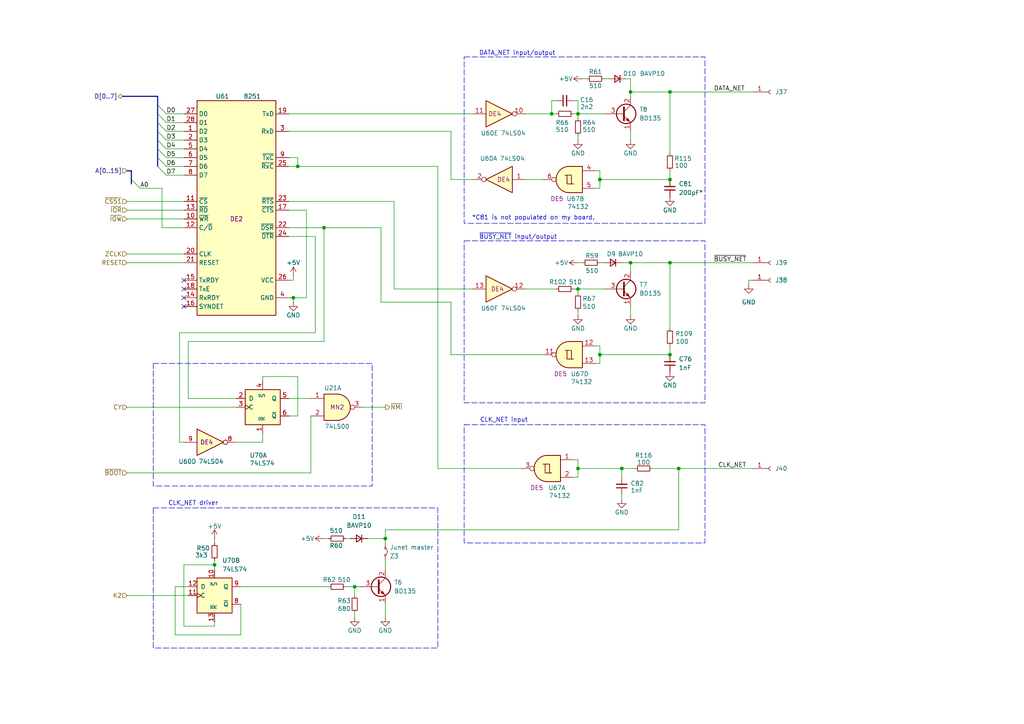
<source format=kicad_sch>
(kicad_sch (version 20250114) (generator "eeschema") (generator_version "9.0")
  (paper "A4")
  (title_block (title "Elwro 800 Junior Rev C - Junet") (company "Przemysław Węgrzyn <pwegrzyn@codepainters.com>"))
  (lib_symbols
    (symbol "74xx:74LS00" (pin_names (offset 1.016))
      (property "Reference" "U" (at 0 1.27 0))
      (property "Value" "74LS00" (at 0 -1.27 0))
      (symbol "74LS00_1_1"
        (arc (start 0 3.81) (mid 3.7934 0) (end 0 -3.81) (stroke (width 0.254)) (fill (type background)))
        (polyline (pts (xy 0 3.81) (xy -3.81 3.81) (xy -3.81 -3.81) (xy 0 -3.81)) (stroke (width 0.254)) (fill (type background)))
        (pin input line (at -7.62 2.54 0) (length 3.81) (name "~") (number "1"))
        (pin input line (at -7.62 -2.54 0) (length 3.81) (name "~") (number "2"))
        (pin output inverted (at 7.62 0 180) (length 3.81) (name "~") (number "3"))
      )
      (symbol "74LS00_1_2"
        (arc (start -3.81 3.81) (mid -2.589 0) (end -3.81 -3.81) (stroke (width 0.254)))
        (polyline (pts (xy -3.81 3.81) (xy -0.635 3.81)) (stroke (width 0.254)) (fill (type background)))
        (polyline (pts (xy -3.81 -3.81) (xy -0.635 -3.81)) (stroke (width 0.254)) (fill (type background)))
        (arc (start 3.81 0) (mid 2.1855 -2.584) (end -0.6096 -3.81) (stroke (width 0.254)) (fill (type background)))
        (arc (start -0.6096 3.81) (mid 2.1928 2.5924) (end 3.81 0) (stroke (width 0.254)) (fill (type background)))
        (polyline (pts (xy -0.635 3.81) (xy -3.81 3.81) (xy -3.81 3.81) (xy -3.556 3.4036) (xy -3.0226 2.2606) (xy -2.6924 1.0414) (xy -2.6162 -0.254) (xy -2.7686 -1.4986) (xy -3.175 -2.7178) (xy -3.81 -3.81) (xy -3.81 -3.81) (xy -0.635 -3.81)) (stroke (width -25.4)) (fill (type background)))
        (pin input inverted (at -7.62 2.54 0) (length 4.318) (name "~") (number "1"))
        (pin input inverted (at -7.62 -2.54 0) (length 4.318) (name "~") (number "2"))
        (pin output line (at 7.62 0 180) (length 3.81) (name "~") (number "3"))
      )
      (symbol "74LS00_2_1"
        (arc (start 0 3.81) (mid 3.7934 0) (end 0 -3.81) (stroke (width 0.254)) (fill (type background)))
        (polyline (pts (xy 0 3.81) (xy -3.81 3.81) (xy -3.81 -3.81) (xy 0 -3.81)) (stroke (width 0.254)) (fill (type background)))
        (pin input line (at -7.62 2.54 0) (length 3.81) (name "~") (number "4"))
        (pin input line (at -7.62 -2.54 0) (length 3.81) (name "~") (number "5"))
        (pin output inverted (at 7.62 0 180) (length 3.81) (name "~") (number "6"))
      )
      (symbol "74LS00_2_2"
        (arc (start -3.81 3.81) (mid -2.589 0) (end -3.81 -3.81) (stroke (width 0.254)))
        (polyline (pts (xy -3.81 3.81) (xy -0.635 3.81)) (stroke (width 0.254)) (fill (type background)))
        (polyline (pts (xy -3.81 -3.81) (xy -0.635 -3.81)) (stroke (width 0.254)) (fill (type background)))
        (arc (start 3.81 0) (mid 2.1855 -2.584) (end -0.6096 -3.81) (stroke (width 0.254)) (fill (type background)))
        (arc (start -0.6096 3.81) (mid 2.1928 2.5924) (end 3.81 0) (stroke (width 0.254)) (fill (type background)))
        (polyline (pts (xy -0.635 3.81) (xy -3.81 3.81) (xy -3.81 3.81) (xy -3.556 3.4036) (xy -3.0226 2.2606) (xy -2.6924 1.0414) (xy -2.6162 -0.254) (xy -2.7686 -1.4986) (xy -3.175 -2.7178) (xy -3.81 -3.81) (xy -3.81 -3.81) (xy -0.635 -3.81)) (stroke (width -25.4)) (fill (type background)))
        (pin input inverted (at -7.62 2.54 0) (length 4.318) (name "~") (number "4"))
        (pin input inverted (at -7.62 -2.54 0) (length 4.318) (name "~") (number "5"))
        (pin output line (at 7.62 0 180) (length 3.81) (name "~") (number "6"))
      )
      (symbol "74LS00_3_1"
        (arc (start 0 3.81) (mid 3.7934 0) (end 0 -3.81) (stroke (width 0.254)) (fill (type background)))
        (polyline (pts (xy 0 3.81) (xy -3.81 3.81) (xy -3.81 -3.81) (xy 0 -3.81)) (stroke (width 0.254)) (fill (type background)))
        (pin input line (at -7.62 2.54 0) (length 3.81) (name "~") (number "9"))
        (pin input line (at -7.62 -2.54 0) (length 3.81) (name "~") (number "10"))
        (pin output inverted (at 7.62 0 180) (length 3.81) (name "~") (number "8"))
      )
      (symbol "74LS00_3_2"
        (arc (start -3.81 3.81) (mid -2.589 0) (end -3.81 -3.81) (stroke (width 0.254)))
        (polyline (pts (xy -3.81 3.81) (xy -0.635 3.81)) (stroke (width 0.254)) (fill (type background)))
        (polyline (pts (xy -3.81 -3.81) (xy -0.635 -3.81)) (stroke (width 0.254)) (fill (type background)))
        (arc (start 3.81 0) (mid 2.1855 -2.584) (end -0.6096 -3.81) (stroke (width 0.254)) (fill (type background)))
        (arc (start -0.6096 3.81) (mid 2.1928 2.5924) (end 3.81 0) (stroke (width 0.254)) (fill (type background)))
        (polyline (pts (xy -0.635 3.81) (xy -3.81 3.81) (xy -3.81 3.81) (xy -3.556 3.4036) (xy -3.0226 2.2606) (xy -2.6924 1.0414) (xy -2.6162 -0.254) (xy -2.7686 -1.4986) (xy -3.175 -2.7178) (xy -3.81 -3.81) (xy -3.81 -3.81) (xy -0.635 -3.81)) (stroke (width -25.4)) (fill (type background)))
        (pin input inverted (at -7.62 2.54 0) (length 4.318) (name "~") (number "9"))
        (pin input inverted (at -7.62 -2.54 0) (length 4.318) (name "~") (number "10"))
        (pin output line (at 7.62 0 180) (length 3.81) (name "~") (number "8"))
      )
      (symbol "74LS00_4_1"
        (arc (start 0 3.81) (mid 3.7934 0) (end 0 -3.81) (stroke (width 0.254)) (fill (type background)))
        (polyline (pts (xy 0 3.81) (xy -3.81 3.81) (xy -3.81 -3.81) (xy 0 -3.81)) (stroke (width 0.254)) (fill (type background)))
        (pin input line (at -7.62 2.54 0) (length 3.81) (name "~") (number "12"))
        (pin input line (at -7.62 -2.54 0) (length 3.81) (name "~") (number "13"))
        (pin output inverted (at 7.62 0 180) (length 3.81) (name "~") (number "11"))
      )
      (symbol "74LS00_4_2"
        (arc (start -3.81 3.81) (mid -2.589 0) (end -3.81 -3.81) (stroke (width 0.254)))
        (polyline (pts (xy -3.81 3.81) (xy -0.635 3.81)) (stroke (width 0.254)) (fill (type background)))
        (polyline (pts (xy -3.81 -3.81) (xy -0.635 -3.81)) (stroke (width 0.254)) (fill (type background)))
        (arc (start 3.81 0) (mid 2.1855 -2.584) (end -0.6096 -3.81) (stroke (width 0.254)) (fill (type background)))
        (arc (start -0.6096 3.81) (mid 2.1928 2.5924) (end 3.81 0) (stroke (width 0.254)) (fill (type background)))
        (polyline (pts (xy -0.635 3.81) (xy -3.81 3.81) (xy -3.81 3.81) (xy -3.556 3.4036) (xy -3.0226 2.2606) (xy -2.6924 1.0414) (xy -2.6162 -0.254) (xy -2.7686 -1.4986) (xy -3.175 -2.7178) (xy -3.81 -3.81) (xy -3.81 -3.81) (xy -0.635 -3.81)) (stroke (width -25.4)) (fill (type background)))
        (pin input inverted (at -7.62 2.54 0) (length 4.318) (name "~") (number "12"))
        (pin input inverted (at -7.62 -2.54 0) (length 4.318) (name "~") (number "13"))
        (pin output line (at 7.62 0 180) (length 3.81) (name "~") (number "11"))
      )
      (symbol "74LS00_5_0"
        (pin power_in line (at 0 12.7 270) (length 5.08) (name "VCC") (number "14"))
        (pin power_in line (at 0 -12.7 90) (length 5.08) (name "GND") (number "7"))
      )
      (symbol "74LS00_5_1"
        (rectangle (start -5.08 7.62) (end 5.08 -7.62) (stroke (width 0.254)) (fill (type background)))
      )
    )
    (symbol "74xx:74LS04"
      (property "Reference" "U" (at 0 1.27 0))
      (property "Value" "74LS04" (at 0 -1.27 0))
      (symbol "74LS04_1_0"
        (polyline (pts (xy -3.81 3.81) (xy -3.81 -3.81) (xy 3.81 0) (xy -3.81 3.81)) (stroke (width 0.254)) (fill (type background)))
        (pin input line (at -7.62 0 0) (length 3.81) (name "~") (number "1"))
        (pin output inverted (at 7.62 0 180) (length 3.81) (name "~") (number "2"))
      )
      (symbol "74LS04_2_0"
        (polyline (pts (xy -3.81 3.81) (xy -3.81 -3.81) (xy 3.81 0) (xy -3.81 3.81)) (stroke (width 0.254)) (fill (type background)))
        (pin input line (at -7.62 0 0) (length 3.81) (name "~") (number "3"))
        (pin output inverted (at 7.62 0 180) (length 3.81) (name "~") (number "4"))
      )
      (symbol "74LS04_3_0"
        (polyline (pts (xy -3.81 3.81) (xy -3.81 -3.81) (xy 3.81 0) (xy -3.81 3.81)) (stroke (width 0.254)) (fill (type background)))
        (pin input line (at -7.62 0 0) (length 3.81) (name "~") (number "5"))
        (pin output inverted (at 7.62 0 180) (length 3.81) (name "~") (number "6"))
      )
      (symbol "74LS04_4_0"
        (polyline (pts (xy -3.81 3.81) (xy -3.81 -3.81) (xy 3.81 0) (xy -3.81 3.81)) (stroke (width 0.254)) (fill (type background)))
        (pin input line (at -7.62 0 0) (length 3.81) (name "~") (number "9"))
        (pin output inverted (at 7.62 0 180) (length 3.81) (name "~") (number "8"))
      )
      (symbol "74LS04_5_0"
        (polyline (pts (xy -3.81 3.81) (xy -3.81 -3.81) (xy 3.81 0) (xy -3.81 3.81)) (stroke (width 0.254)) (fill (type background)))
        (pin input line (at -7.62 0 0) (length 3.81) (name "~") (number "11"))
        (pin output inverted (at 7.62 0 180) (length 3.81) (name "~") (number "10"))
      )
      (symbol "74LS04_6_0"
        (polyline (pts (xy -3.81 3.81) (xy -3.81 -3.81) (xy 3.81 0) (xy -3.81 3.81)) (stroke (width 0.254)) (fill (type background)))
        (pin input line (at -7.62 0 0) (length 3.81) (name "~") (number "13"))
        (pin output inverted (at 7.62 0 180) (length 3.81) (name "~") (number "12"))
      )
      (symbol "74LS04_7_0"
        (pin power_in line (at 0 12.7 270) (length 5.08) (name "VCC") (number "14"))
        (pin power_in line (at 0 -12.7 90) (length 5.08) (name "GND") (number "7"))
      )
      (symbol "74LS04_7_1"
        (rectangle (start -5.08 7.62) (end 5.08 -7.62) (stroke (width 0.254)) (fill (type background)))
      )
    )
    (symbol "74xx:74LS132" (pin_names (offset 1.016))
      (property "Reference" "U" (at 0 1.27 0))
      (property "Value" "74LS132" (at 0 -1.27 0))
      (symbol "74LS132_1_0"
        (polyline (pts (xy -1.27 -1.27) (xy 0.635 -1.27) (xy 0.635 1.27) (xy 1.27 1.27)))
        (polyline (pts (xy -1.27 -1.27) (xy 0.635 -1.27) (xy 0.635 1.27) (xy 1.27 1.27)))
        (polyline (pts (xy -0.635 -1.27) (xy -0.635 1.27) (xy 0.635 1.27)))
        (polyline (pts (xy -0.635 -1.27) (xy -0.635 1.27) (xy 0.635 1.27)))
      )
      (symbol "74LS132_1_1"
        (arc (start 0 3.81) (mid 3.7934 0) (end 0 -3.81) (stroke (width 0.254)) (fill (type background)))
        (polyline (pts (xy 0 3.81) (xy -3.81 3.81) (xy -3.81 -3.81) (xy 0 -3.81)) (stroke (width 0.254)) (fill (type background)))
        (pin input line (at -7.62 2.54 0) (length 3.81) (name "~") (number "1"))
        (pin input line (at -7.62 -2.54 0) (length 3.81) (name "~") (number "2"))
        (pin output inverted (at 7.62 0 180) (length 3.81) (name "~") (number "3"))
      )
      (symbol "74LS132_1_2"
        (arc (start -3.81 3.81) (mid -2.589 0) (end -3.81 -3.81) (stroke (width 0.254)))
        (polyline (pts (xy -3.81 3.81) (xy -0.635 3.81)) (stroke (width 0.254)) (fill (type background)))
        (polyline (pts (xy -3.81 -3.81) (xy -0.635 -3.81)) (stroke (width 0.254)) (fill (type background)))
        (arc (start 3.81 0) (mid 2.1855 -2.584) (end -0.6096 -3.81) (stroke (width 0.254)) (fill (type background)))
        (arc (start -0.6096 3.81) (mid 2.1928 2.5924) (end 3.81 0) (stroke (width 0.254)) (fill (type background)))
        (polyline (pts (xy -0.635 3.81) (xy -3.81 3.81) (xy -3.81 3.81) (xy -3.556 3.4036) (xy -3.0226 2.2606) (xy -2.6924 1.0414) (xy -2.6162 -0.254) (xy -2.7686 -1.4986) (xy -3.175 -2.7178) (xy -3.81 -3.81) (xy -3.81 -3.81) (xy -0.635 -3.81)) (stroke (width -25.4)) (fill (type background)))
        (pin input inverted (at -7.62 2.54 0) (length 4.318) (name "~") (number "1"))
        (pin input inverted (at -7.62 -2.54 0) (length 4.318) (name "~") (number "2"))
        (pin output line (at 7.62 0 180) (length 3.81) (name "~") (number "3"))
      )
      (symbol "74LS132_2_0"
        (polyline (pts (xy -1.27 -1.27) (xy 0.635 -1.27) (xy 0.635 1.27) (xy 1.27 1.27)))
        (polyline (pts (xy -1.27 -1.27) (xy 0.635 -1.27) (xy 0.635 1.27) (xy 1.27 1.27)))
        (polyline (pts (xy -0.635 -1.27) (xy -0.635 1.27) (xy 0.635 1.27)))
        (polyline (pts (xy -0.635 -1.27) (xy -0.635 1.27) (xy 0.635 1.27)))
      )
      (symbol "74LS132_2_1"
        (arc (start 0 3.81) (mid 3.7934 0) (end 0 -3.81) (stroke (width 0.254)) (fill (type background)))
        (polyline (pts (xy 0 3.81) (xy -3.81 3.81) (xy -3.81 -3.81) (xy 0 -3.81)) (stroke (width 0.254)) (fill (type background)))
        (pin input line (at -7.62 2.54 0) (length 3.81) (name "~") (number "4"))
        (pin input line (at -7.62 -2.54 0) (length 3.81) (name "~") (number "5"))
        (pin output inverted (at 7.62 0 180) (length 3.81) (name "~") (number "6"))
      )
      (symbol "74LS132_2_2"
        (arc (start -3.81 3.81) (mid -2.589 0) (end -3.81 -3.81) (stroke (width 0.254)))
        (polyline (pts (xy -3.81 3.81) (xy -0.635 3.81)) (stroke (width 0.254)) (fill (type background)))
        (polyline (pts (xy -3.81 -3.81) (xy -0.635 -3.81)) (stroke (width 0.254)) (fill (type background)))
        (arc (start 3.81 0) (mid 2.1855 -2.584) (end -0.6096 -3.81) (stroke (width 0.254)) (fill (type background)))
        (arc (start -0.6096 3.81) (mid 2.1928 2.5924) (end 3.81 0) (stroke (width 0.254)) (fill (type background)))
        (polyline (pts (xy -0.635 3.81) (xy -3.81 3.81) (xy -3.81 3.81) (xy -3.556 3.4036) (xy -3.0226 2.2606) (xy -2.6924 1.0414) (xy -2.6162 -0.254) (xy -2.7686 -1.4986) (xy -3.175 -2.7178) (xy -3.81 -3.81) (xy -3.81 -3.81) (xy -0.635 -3.81)) (stroke (width -25.4)) (fill (type background)))
        (pin input inverted (at -7.62 2.54 0) (length 4.318) (name "~") (number "4"))
        (pin input inverted (at -7.62 -2.54 0) (length 4.318) (name "~") (number "5"))
        (pin output line (at 7.62 0 180) (length 3.81) (name "~") (number "6"))
      )
      (symbol "74LS132_3_0"
        (polyline (pts (xy -1.27 -1.27) (xy 0.635 -1.27) (xy 0.635 1.27) (xy 1.27 1.27)))
        (polyline (pts (xy -1.27 -1.27) (xy 0.635 -1.27) (xy 0.635 1.27) (xy 1.27 1.27)))
        (polyline (pts (xy -0.635 -1.27) (xy -0.635 1.27) (xy 0.635 1.27)))
        (polyline (pts (xy -0.635 -1.27) (xy -0.635 1.27) (xy 0.635 1.27)))
      )
      (symbol "74LS132_3_1"
        (arc (start 0 3.81) (mid 3.7934 0) (end 0 -3.81) (stroke (width 0.254)) (fill (type background)))
        (polyline (pts (xy 0 3.81) (xy -3.81 3.81) (xy -3.81 -3.81) (xy 0 -3.81)) (stroke (width 0.254)) (fill (type background)))
        (pin input line (at -7.62 2.54 0) (length 3.81) (name "~") (number "9"))
        (pin input line (at -7.62 -2.54 0) (length 3.81) (name "~") (number "10"))
        (pin output inverted (at 7.62 0 180) (length 3.81) (name "~") (number "8"))
      )
      (symbol "74LS132_3_2"
        (arc (start -3.81 3.81) (mid -2.589 0) (end -3.81 -3.81) (stroke (width 0.254)))
        (polyline (pts (xy -3.81 3.81) (xy -0.635 3.81)) (stroke (width 0.254)) (fill (type background)))
        (polyline (pts (xy -3.81 -3.81) (xy -0.635 -3.81)) (stroke (width 0.254)) (fill (type background)))
        (arc (start 3.81 0) (mid 2.1855 -2.584) (end -0.6096 -3.81) (stroke (width 0.254)) (fill (type background)))
        (arc (start -0.6096 3.81) (mid 2.1928 2.5924) (end 3.81 0) (stroke (width 0.254)) (fill (type background)))
        (polyline (pts (xy -0.635 3.81) (xy -3.81 3.81) (xy -3.81 3.81) (xy -3.556 3.4036) (xy -3.0226 2.2606) (xy -2.6924 1.0414) (xy -2.6162 -0.254) (xy -2.7686 -1.4986) (xy -3.175 -2.7178) (xy -3.81 -3.81) (xy -3.81 -3.81) (xy -0.635 -3.81)) (stroke (width -25.4)) (fill (type background)))
        (pin input inverted (at -7.62 2.54 0) (length 4.318) (name "~") (number "9"))
        (pin input inverted (at -7.62 -2.54 0) (length 4.318) (name "~") (number "10"))
        (pin output line (at 7.62 0 180) (length 3.81) (name "~") (number "8"))
      )
      (symbol "74LS132_4_0"
        (polyline (pts (xy -1.27 -1.27) (xy 0.635 -1.27) (xy 0.635 1.27) (xy 1.27 1.27)))
        (polyline (pts (xy -1.27 -1.27) (xy 0.635 -1.27) (xy 0.635 1.27) (xy 1.27 1.27)))
        (polyline (pts (xy -0.635 -1.27) (xy -0.635 1.27) (xy 0.635 1.27)))
        (polyline (pts (xy -0.635 -1.27) (xy -0.635 1.27) (xy 0.635 1.27)))
      )
      (symbol "74LS132_4_1"
        (arc (start 0 3.81) (mid 3.7934 0) (end 0 -3.81) (stroke (width 0.254)) (fill (type background)))
        (polyline (pts (xy 0 3.81) (xy -3.81 3.81) (xy -3.81 -3.81) (xy 0 -3.81)) (stroke (width 0.254)) (fill (type background)))
        (pin input line (at -7.62 2.54 0) (length 3.81) (name "~") (number "12"))
        (pin input line (at -7.62 -2.54 0) (length 3.81) (name "~") (number "13"))
        (pin output inverted (at 7.62 0 180) (length 3.81) (name "~") (number "11"))
      )
      (symbol "74LS132_4_2"
        (arc (start -3.81 3.81) (mid -2.589 0) (end -3.81 -3.81) (stroke (width 0.254)))
        (polyline (pts (xy -3.81 3.81) (xy -0.635 3.81)) (stroke (width 0.254)) (fill (type background)))
        (polyline (pts (xy -3.81 -3.81) (xy -0.635 -3.81)) (stroke (width 0.254)) (fill (type background)))
        (arc (start 3.81 0) (mid 2.1855 -2.584) (end -0.6096 -3.81) (stroke (width 0.254)) (fill (type background)))
        (arc (start -0.6096 3.81) (mid 2.1928 2.5924) (end 3.81 0) (stroke (width 0.254)) (fill (type background)))
        (polyline (pts (xy -0.635 3.81) (xy -3.81 3.81) (xy -3.81 3.81) (xy -3.556 3.4036) (xy -3.0226 2.2606) (xy -2.6924 1.0414) (xy -2.6162 -0.254) (xy -2.7686 -1.4986) (xy -3.175 -2.7178) (xy -3.81 -3.81) (xy -3.81 -3.81) (xy -0.635 -3.81)) (stroke (width -25.4)) (fill (type background)))
        (pin input inverted (at -7.62 2.54 0) (length 4.318) (name "~") (number "12"))
        (pin input inverted (at -7.62 -2.54 0) (length 4.318) (name "~") (number "13"))
        (pin output line (at 7.62 0 180) (length 3.81) (name "~") (number "11"))
      )
      (symbol "74LS132_5_0"
        (pin power_in line (at 0 12.7 270) (length 5.08) (name "VCC") (number "14"))
        (pin power_in line (at 0 -12.7 90) (length 5.08) (name "GND") (number "7"))
      )
      (symbol "74LS132_5_1"
        (rectangle (start -5.08 7.62) (end 5.08 -7.62) (stroke (width 0.254)) (fill (type background)))
      )
    )
    (symbol "74xx:74LS74" (pin_names (offset 1.016))
      (property "Reference" "U" (at -7.62 8.89 0))
      (property "Value" "74LS74" (at -7.62 -8.89 0))
      (symbol "74LS74_1_0"
        (pin input line (at -7.62 2.54 0) (length 2.54) (name "D") (number "2"))
        (pin input clock (at -7.62 0 0) (length 2.54) (name "C") (number "3"))
        (pin input line (at 0 7.62 270) (length 2.54) (name "~{S}") (number "4"))
        (pin input line (at 0 -7.62 90) (length 2.54) (name "~{R}") (number "1"))
        (pin output line (at 7.62 2.54 180) (length 2.54) (name "Q") (number "5"))
        (pin output line (at 7.62 -2.54 180) (length 2.54) (name "~{Q}") (number "6"))
      )
      (symbol "74LS74_1_1"
        (rectangle (start -5.08 5.08) (end 5.08 -5.08) (stroke (width 0.254)) (fill (type background)))
      )
      (symbol "74LS74_2_0"
        (pin input line (at -7.62 2.54 0) (length 2.54) (name "D") (number "12"))
        (pin input clock (at -7.62 0 0) (length 2.54) (name "C") (number "11"))
        (pin input line (at 0 7.62 270) (length 2.54) (name "~{S}") (number "10"))
        (pin input line (at 0 -7.62 90) (length 2.54) (name "~{R}") (number "13"))
        (pin output line (at 7.62 2.54 180) (length 2.54) (name "Q") (number "9"))
        (pin output line (at 7.62 -2.54 180) (length 2.54) (name "~{Q}") (number "8"))
      )
      (symbol "74LS74_2_1"
        (rectangle (start -5.08 5.08) (end 5.08 -5.08) (stroke (width 0.254)) (fill (type background)))
      )
      (symbol "74LS74_3_0"
        (pin power_in line (at 0 10.16 270) (length 2.54) (name "VCC") (number "14"))
        (pin power_in line (at 0 -10.16 90) (length 2.54) (name "GND") (number "7"))
      )
      (symbol "74LS74_3_1"
        (rectangle (start -5.08 7.62) (end 5.08 -7.62) (stroke (width 0.254)) (fill (type background)))
      )
    )
    (symbol "Connector:Conn_01x01_Socket" (pin_names (offset 1.016) (hide yes))
      (property "Reference" "J" (at 0 2.54 0))
      (property "Value" "Conn_01x01_Socket" (at 0 -2.54 0))
      (symbol "Conn_01x01_Socket_1_1"
        (polyline (pts (xy -1.27 0) (xy -0.508 0)) (stroke (width 0.1524)))
        (arc (start 0 -0.508) (mid -0.5058 0) (end 0 0.508) (stroke (width 0.1524)))
        (pin passive line (at -5.08 0 0) (length 3.81) (name "Pin_1") (number "1"))
      )
    )
    (symbol "Device:C_Small" (pin_numbers (hide yes)) (pin_names (offset 0.254) (hide yes))
      (property "Reference" "C" (at 0.254 1.778 0))
      (property "Value" "C_Small" (at 0.254 -2.032 0))
      (symbol "C_Small_0_1"
        (polyline (pts (xy -1.524 0.508) (xy 1.524 0.508)) (stroke (width 0.3048)))
        (polyline (pts (xy -1.524 -0.508) (xy 1.524 -0.508)) (stroke (width 0.3302)))
      )
      (symbol "C_Small_1_1"
        (pin passive line (at 0 2.54 270) (length 2.032) (name "~") (number "1"))
        (pin passive line (at 0 -2.54 90) (length 2.032) (name "~") (number "2"))
      )
    )
    (symbol "Device:D_Small" (pin_numbers (hide yes)) (pin_names (offset 0.254) (hide yes))
      (property "Reference" "D" (at -1.27 2.032 0))
      (property "Value" "D_Small" (at -3.81 -2.032 0))
      (symbol "D_Small_0_1"
        (polyline (pts (xy -0.762 0) (xy 0.762 0)))
        (polyline (pts (xy -0.762 -1.016) (xy -0.762 1.016)) (stroke (width 0.254)))
        (polyline (pts (xy 0.762 -1.016) (xy -0.762 0) (xy 0.762 1.016) (xy 0.762 -1.016)) (stroke (width 0.254)))
      )
      (symbol "D_Small_1_1"
        (pin passive line (at -2.54 0 0) (length 1.778) (name "K") (number "1"))
        (pin passive line (at 2.54 0 180) (length 1.778) (name "A") (number "2"))
      )
    )
    (symbol "Device:R_Small" (pin_numbers (hide yes)) (pin_names (offset 0.254) (hide yes))
      (property "Reference" "R" (at 0.762 0.508 0))
      (property "Value" "R_Small" (at 0.762 -1.016 0))
      (symbol "R_Small_0_1"
        (rectangle (start -0.762 1.778) (end 0.762 -1.778) (stroke (width 0.2032)))
      )
      (symbol "R_Small_1_1"
        (pin passive line (at 0 2.54 270) (length 0.762) (name "~") (number "1"))
        (pin passive line (at 0 -2.54 90) (length 0.762) (name "~") (number "2"))
      )
    )
    (symbol "Jumper:Jumper_2_Small_Bridged" (pin_numbers (hide yes)) (pin_names (offset 0) (hide yes)) (exclude_from_sim yes)
      (property "Reference" "JP" (at 0 2.032 0))
      (property "Value" "Jumper_2_Small_Bridged" (at 0 -2.286 0))
      (symbol "Jumper_2_Small_Bridged_0_0"
        (circle (center -1.016 0) (radius 0.254))
        (circle (center 1.016 0) (radius 0.254))
      )
      (symbol "Jumper_2_Small_Bridged_0_1"
        (arc (start -0.762 0.254) (mid 0 0.5696) (end 0.762 0.254))
      )
      (symbol "Jumper_2_Small_Bridged_1_1"
        (pin passive line (at -2.54 0 0) (length 1.27) (name "A") (number "1"))
        (pin passive line (at 2.54 0 180) (length 1.27) (name "B") (number "2"))
      )
    )
    (symbol "Transistor_BJT:BD135" (pin_names (offset 0) (hide yes))
      (property "Reference" "Q" (at 5.08 1.905 0))
      (property "Value" "BD135" (at 5.08 0 0))
      (symbol "BD135_0_1"
        (polyline (pts (xy 0 0) (xy 0.635 0)))
        (polyline (pts (xy 0.635 1.905) (xy 0.635 -1.905) (xy 0.635 -1.905)) (stroke (width 0.508)) (fill (type outline)))
        (polyline (pts (xy 1.2446 -1.778) (xy 1.7526 -1.27) (xy 2.286 -2.286) (xy 1.2446 -1.778) (xy 1.2446 -1.778)) (fill (type outline)))
        (circle (center 1.27 0) (radius 2.8194) (stroke (width 0.3048)))
        (polyline (pts (xy 2.54 2.54) (xy 0.635 0.635)))
        (polyline (pts (xy 2.54 -2.54) (xy 0.635 -0.635)))
      )
      (symbol "BD135_1_1"
        (pin input line (at -5.08 0 0) (length 5.08) (name "B") (number "3"))
        (pin passive line (at 2.54 5.08 270) (length 2.54) (name "C") (number "2"))
        (pin passive line (at 2.54 -5.08 90) (length 2.54) (name "E") (number "1"))
      )
    )
    (symbol "e800j_custom:82C51"
      (property "Reference" "U" (at 0 0 0))
      (symbol "82C51_1_1"
        (rectangle (start -11.43 34.29) (end 11.43 -27.94) (stroke (width 0.254)) (fill (type background)))
        (pin bidirectional line (at -15.24 30.48 0) (length 3.81) (name "D0") (number "27"))
        (pin bidirectional line (at -15.24 27.94 0) (length 3.81) (name "D1") (number "28"))
        (pin bidirectional line (at -15.24 25.4 0) (length 3.81) (name "D2") (number "1"))
        (pin bidirectional line (at -15.24 22.86 0) (length 3.81) (name "D3") (number "2"))
        (pin bidirectional line (at -15.24 20.32 0) (length 3.81) (name "D4") (number "5"))
        (pin bidirectional line (at -15.24 17.78 0) (length 3.81) (name "D5") (number "6"))
        (pin bidirectional line (at -15.24 15.24 0) (length 3.81) (name "D6") (number "7"))
        (pin bidirectional line (at -15.24 12.7 0) (length 3.81) (name "D7") (number "8"))
        (pin input line (at -15.24 5.08 0) (length 3.81) (name "~{CS}") (number "11"))
        (pin input line (at -15.24 2.54 0) (length 3.81) (name "~{RD}") (number "13"))
        (pin input line (at -15.24 0 0) (length 3.81) (name "~{WR}") (number "10"))
        (pin input line (at -15.24 -2.54 0) (length 3.81) (name "C/~{D}") (number "12"))
        (pin input line (at -15.24 -10.16 0) (length 3.81) (name "CLK") (number "20"))
        (pin input line (at -15.24 -12.7 0) (length 3.81) (name "RESET") (number "21"))
        (pin output line (at -15.24 -17.78 0) (length 3.81) (name "TxRDY") (number "15"))
        (pin output line (at -15.24 -20.32 0) (length 3.81) (name "TxE") (number "18"))
        (pin output line (at -15.24 -22.86 0) (length 3.81) (name "RxRDY") (number "14"))
        (pin bidirectional line (at -15.24 -25.4 0) (length 3.81) (name "SYNDET") (number "16"))
        (pin output line (at 15.24 30.48 180) (length 3.81) (name "TxD") (number "19"))
        (pin input line (at 15.24 25.4 180) (length 3.81) (name "RxD") (number "3"))
        (pin input line (at 15.24 17.78 180) (length 3.81) (name "~{TxC}") (number "9"))
        (pin input line (at 15.24 15.24 180) (length 3.81) (name "~{RxC}") (number "25"))
        (pin output line (at 15.24 5.08 180) (length 3.81) (name "~{RTS}") (number "23"))
        (pin input line (at 15.24 2.54 180) (length 3.81) (name "~{CTS}") (number "17"))
        (pin input line (at 15.24 -2.54 180) (length 3.81) (name "~{DSR}") (number "22"))
        (pin output line (at 15.24 -5.08 180) (length 3.81) (name "~{DTR}") (number "24"))
        (pin power_in line (at 15.24 -17.78 180) (length 3.81) (name "VCC") (number "26"))
        (pin power_in line (at 15.24 -22.86 180) (length 3.81) (name "GND") (number "4"))
      )
    )
    (symbol "power:+5V" (power) (pin_numbers (hide yes)) (pin_names (offset 0) (hide yes))
      (property "Value" "+5V" (at 0 3.556 0))
      (symbol "+5V_0_1"
        (polyline (pts (xy -0.762 1.27) (xy 0 2.54)))
        (polyline (pts (xy 0 2.54) (xy 0.762 1.27)))
        (polyline (pts (xy 0 0) (xy 0 2.54)))
      )
      (symbol "+5V_1_1"
        (pin power_in line (at 0 0 90) (length 0) (name "~") (number "1"))
      )
    )
    (symbol "power:GND" (power) (pin_numbers (hide yes)) (pin_names (offset 0) (hide yes))
      (property "Value" "GND" (at 0 -3.81 0))
      (symbol "GND_0_1"
        (polyline (pts (xy 0 0) (xy 0 -1.27) (xy 1.27 -1.27) (xy 0 -2.54) (xy -1.27 -1.27) (xy 0 -1.27)))
      )
      (symbol "GND_1_1"
        (pin power_in line (at 0 0 270) (length 0) (name "~") (number "1"))
      )
    )
  )
  (rectangle (start 44.45 147.32) (end 127 187.96) (stroke (width 0) (type dash)))
  (rectangle (start 44.45 105.41) (end 107.95 140.97) (stroke (width 0) (type dash)))
  (rectangle (start 134.62 16.51) (end 204.47 64.77) (stroke (width 0) (type dash)))
  (rectangle (start 134.62 69.85) (end 204.47 116.84) (stroke (width 0) (type dash)))
  (rectangle (start 134.62 123.19) (end 204.47 157.48) (stroke (width 0) (type dash)))
  (text "~{BUSY_NET} input/output" (at 138.938 68.834 0) (effects (font (size 1.27 1.27)) (justify left)))
  (text "CLK_NET input" (at 139.192 121.92 0) (effects (font (size 1.27 1.27)) (justify left)))
  (text "*C81 is not populated on my board." (at 136.906 63.246 0) (effects (font (size 1.27 1.27)) (justify left)))
  (text "CLK_NET driver" (at 48.768 146.05 0) (effects (font (size 1.27 1.27)) (justify left)))
  (text "DATA_NET input/output" (at 138.938 15.494 0) (effects (font (size 1.27 1.27)) (justify left)))
  (junction (at 180.34 135.89))
  (junction (at 173.99 102.87))
  (junction (at 111.76 156.21))
  (junction (at 182.88 26.67))
  (junction (at 167.64 135.89))
  (junction (at 102.87 170.18))
  (junction (at 196.85 135.89))
  (junction (at 85.09 86.36))
  (junction (at 194.31 52.07))
  (junction (at 173.99 52.07))
  (junction (at 167.64 83.82))
  (junction (at 160.02 33.02))
  (junction (at 86.36 48.26))
  (junction (at 93.98 66.04))
  (junction (at 194.31 26.67))
  (junction (at 167.64 33.02))
  (junction (at 194.31 102.87))
  (junction (at 194.31 76.2))
  (junction (at 62.23 163.83))
  (junction (at 182.88 76.2))
  (no_connect (at 53.34 81.28))
  (no_connect (at 53.34 86.36))
  (no_connect (at 53.34 88.9))
  (no_connect (at 53.34 83.82))
  (bus_entry (at 45.72 48.26) (size 2.54 2.54))
  (bus_entry (at 45.72 35.56) (size 2.54 2.54))
  (bus_entry (at 45.72 30.48) (size 2.54 2.54))
  (bus_entry (at 45.72 43.18) (size 2.54 2.54))
  (bus_entry (at 38.1 52.07) (size 2.54 2.54))
  (bus_entry (at 45.72 38.1) (size 2.54 2.54))
  (bus_entry (at 45.72 33.02) (size 2.54 2.54))
  (bus_entry (at 45.72 45.72) (size 2.54 2.54))
  (bus_entry (at 45.72 40.64) (size 2.54 2.54))
  (wire (pts (xy 85.09 86.36) (xy 83.82 86.36)))
  (wire (pts (xy 76.2 128.27) (xy 76.2 125.73)))
  (wire (pts (xy 173.99 54.61) (xy 173.99 52.07)))
  (wire (pts (xy 83.82 66.04) (xy 93.98 66.04)))
  (wire (pts (xy 62.23 156.21) (xy 62.23 157.48)))
  (wire (pts (xy 68.58 128.27) (xy 76.2 128.27)))
  (wire (pts (xy 83.82 81.28) (xy 85.09 81.28)))
  (wire (pts (xy 166.37 33.02) (xy 167.64 33.02)))
  (wire (pts (xy 111.76 156.21) (xy 111.76 157.48)))
  (wire (pts (xy 180.34 143.51) (xy 180.34 144.78)))
  (wire (pts (xy 182.88 76.2) (xy 180.34 76.2)))
  (wire (pts (xy 182.88 38.1) (xy 182.88 40.64)))
  (wire (pts (xy 114.3 83.82) (xy 137.16 83.82)))
  (wire (pts (xy 54.61 99.06) (xy 54.61 115.57)))
  (wire (pts (xy 180.34 135.89) (xy 180.34 138.43)))
  (wire (pts (xy 46.99 66.04) (xy 53.34 66.04)))
  (wire (pts (xy 194.31 100.33) (xy 194.31 102.87)))
  (wire (pts (xy 217.17 81.28) (xy 218.44 81.28)))
  (wire (pts (xy 50.8 184.15) (xy 69.85 184.15)))
  (wire (pts (xy 102.87 170.18) (xy 100.33 170.18)))
  (wire (pts (xy 36.83 76.2) (xy 53.34 76.2)))
  (bus (pts (xy 38.1 49.53) (xy 38.1 52.07)))
  (wire (pts (xy 182.88 76.2) (xy 194.31 76.2)))
  (wire (pts (xy 194.31 76.2) (xy 194.31 95.25)))
  (wire (pts (xy 85.09 87.63) (xy 85.09 86.36)))
  (wire (pts (xy 40.64 54.61) (xy 46.99 54.61)))
  (wire (pts (xy 167.64 90.17) (xy 167.64 91.44)))
  (wire (pts (xy 62.23 163.83) (xy 53.34 163.83)))
  (wire (pts (xy 167.64 83.82) (xy 175.26 83.82)))
  (wire (pts (xy 182.88 22.86) (xy 181.61 22.86)))
  (wire (pts (xy 36.83 73.66) (xy 53.34 73.66)))
  (wire (pts (xy 167.64 33.02) (xy 167.64 29.21)))
  (wire (pts (xy 111.76 153.67) (xy 111.76 156.21)))
  (wire (pts (xy 88.9 86.36) (xy 88.9 60.96)))
  (wire (pts (xy 52.07 128.27) (xy 53.34 128.27)))
  (wire (pts (xy 167.64 138.43) (xy 167.64 135.89)))
  (wire (pts (xy 86.36 109.22) (xy 76.2 109.22)))
  (wire (pts (xy 53.34 181.61) (xy 62.23 181.61)))
  (wire (pts (xy 48.26 38.1) (xy 53.34 38.1)))
  (wire (pts (xy 182.88 88.9) (xy 182.88 91.44)))
  (wire (pts (xy 48.26 50.8) (xy 53.34 50.8)))
  (bus (pts (xy 45.72 33.02) (xy 45.72 30.48)))
  (wire (pts (xy 182.88 78.74) (xy 182.88 76.2)))
  (wire (pts (xy 182.88 27.94) (xy 182.88 26.67)))
  (wire (pts (xy 194.31 26.67) (xy 218.44 26.67)))
  (wire (pts (xy 36.83 172.72) (xy 54.61 172.72)))
  (wire (pts (xy 166.37 83.82) (xy 167.64 83.82)))
  (wire (pts (xy 173.99 76.2) (xy 175.26 76.2)))
  (wire (pts (xy 173.99 102.87) (xy 194.31 102.87)))
  (wire (pts (xy 83.82 58.42) (xy 114.3 58.42)))
  (wire (pts (xy 167.64 33.02) (xy 167.64 34.29)))
  (bus (pts (xy 45.72 43.18) (xy 45.72 40.64)))
  (wire (pts (xy 93.98 156.21) (xy 95.25 156.21)))
  (wire (pts (xy 86.36 120.65) (xy 86.36 109.22)))
  (wire (pts (xy 175.26 22.86) (xy 176.53 22.86)))
  (wire (pts (xy 168.91 22.86) (xy 170.18 22.86)))
  (wire (pts (xy 62.23 162.56) (xy 62.23 163.83)))
  (wire (pts (xy 106.68 156.21) (xy 111.76 156.21)))
  (wire (pts (xy 52.07 96.52) (xy 52.07 128.27)))
  (wire (pts (xy 83.82 115.57) (xy 90.17 115.57)))
  (wire (pts (xy 152.4 83.82) (xy 161.29 83.82)))
  (wire (pts (xy 130.81 102.87) (xy 157.48 102.87)))
  (wire (pts (xy 130.81 52.07) (xy 130.81 38.1)))
  (wire (pts (xy 160.02 33.02) (xy 161.29 33.02)))
  (wire (pts (xy 167.64 135.89) (xy 167.64 133.35)))
  (wire (pts (xy 172.72 105.41) (xy 173.99 105.41)))
  (wire (pts (xy 196.85 135.89) (xy 218.44 135.89)))
  (wire (pts (xy 173.99 105.41) (xy 173.99 102.87)))
  (wire (pts (xy 85.09 86.36) (xy 88.9 86.36)))
  (bus (pts (xy 45.72 40.64) (xy 45.72 38.1)))
  (wire (pts (xy 83.82 48.26) (xy 86.36 48.26)))
  (wire (pts (xy 36.83 58.42) (xy 53.34 58.42)))
  (wire (pts (xy 111.76 175.26) (xy 111.76 179.07)))
  (wire (pts (xy 54.61 115.57) (xy 68.58 115.57)))
  (wire (pts (xy 105.41 118.11) (xy 111.76 118.11)))
  (wire (pts (xy 194.31 49.53) (xy 194.31 52.07)))
  (wire (pts (xy 173.99 49.53) (xy 172.72 49.53)))
  (wire (pts (xy 110.49 87.63) (xy 130.81 87.63)))
  (wire (pts (xy 36.83 137.16) (xy 90.17 137.16)))
  (wire (pts (xy 85.09 81.28) (xy 85.09 80.01)))
  (wire (pts (xy 111.76 153.67) (xy 196.85 153.67)))
  (wire (pts (xy 167.64 33.02) (xy 175.26 33.02)))
  (wire (pts (xy 167.64 83.82) (xy 167.64 85.09)))
  (bus (pts (xy 45.72 27.94) (xy 45.72 30.48)))
  (wire (pts (xy 173.99 102.87) (xy 173.99 100.33)))
  (wire (pts (xy 36.83 118.11) (xy 68.58 118.11)))
  (wire (pts (xy 83.82 45.72) (xy 86.36 45.72)))
  (wire (pts (xy 91.44 68.58) (xy 91.44 96.52)))
  (wire (pts (xy 173.99 52.07) (xy 194.31 52.07)))
  (wire (pts (xy 83.82 60.96) (xy 88.9 60.96)))
  (wire (pts (xy 54.61 170.18) (xy 50.8 170.18)))
  (wire (pts (xy 167.64 135.89) (xy 180.34 135.89)))
  (wire (pts (xy 182.88 22.86) (xy 182.88 26.67)))
  (bus (pts (xy 45.72 48.26) (xy 45.72 45.72)))
  (wire (pts (xy 189.23 135.89) (xy 196.85 135.89)))
  (wire (pts (xy 48.26 40.64) (xy 53.34 40.64)))
  (wire (pts (xy 127 135.89) (xy 151.13 135.89)))
  (wire (pts (xy 48.26 33.02) (xy 53.34 33.02)))
  (wire (pts (xy 36.83 63.5) (xy 53.34 63.5)))
  (wire (pts (xy 86.36 48.26) (xy 127 48.26)))
  (wire (pts (xy 93.98 66.04) (xy 110.49 66.04)))
  (wire (pts (xy 111.76 162.56) (xy 111.76 165.1)))
  (wire (pts (xy 194.31 26.67) (xy 194.31 44.45)))
  (wire (pts (xy 62.23 163.83) (xy 62.23 165.1)))
  (wire (pts (xy 196.85 135.89) (xy 196.85 153.67)))
  (wire (pts (xy 127 48.26) (xy 127 135.89)))
  (bus (pts (xy 45.72 35.56) (xy 45.72 33.02)))
  (wire (pts (xy 166.37 138.43) (xy 167.64 138.43)))
  (wire (pts (xy 53.34 163.83) (xy 53.34 181.61)))
  (wire (pts (xy 90.17 120.65) (xy 90.17 137.16)))
  (wire (pts (xy 152.4 33.02) (xy 160.02 33.02)))
  (wire (pts (xy 83.82 68.58) (xy 91.44 68.58)))
  (wire (pts (xy 69.85 170.18) (xy 95.25 170.18)))
  (wire (pts (xy 102.87 177.8) (xy 102.87 179.07)))
  (wire (pts (xy 160.02 29.21) (xy 160.02 33.02)))
  (wire (pts (xy 167.64 39.37) (xy 167.64 40.64)))
  (bus (pts (xy 45.72 27.94) (xy 35.56 27.94)))
  (bus (pts (xy 36.83 49.53) (xy 38.1 49.53)))
  (wire (pts (xy 62.23 181.61) (xy 62.23 180.34)))
  (wire (pts (xy 91.44 96.52) (xy 52.07 96.52)))
  (wire (pts (xy 152.4 52.07) (xy 157.48 52.07)))
  (wire (pts (xy 93.98 66.04) (xy 93.98 99.06)))
  (wire (pts (xy 83.82 120.65) (xy 86.36 120.65)))
  (wire (pts (xy 76.2 109.22) (xy 76.2 110.49)))
  (bus (pts (xy 38.1 52.07) (xy 38.1 53.34)))
  (wire (pts (xy 217.17 82.55) (xy 217.17 81.28)))
  (wire (pts (xy 180.34 135.89) (xy 184.15 135.89)))
  (wire (pts (xy 194.31 76.2) (xy 218.44 76.2)))
  (wire (pts (xy 100.33 156.21) (xy 101.6 156.21)))
  (wire (pts (xy 48.26 43.18) (xy 53.34 43.18)))
  (wire (pts (xy 102.87 170.18) (xy 104.14 170.18)))
  (wire (pts (xy 172.72 54.61) (xy 173.99 54.61)))
  (wire (pts (xy 130.81 87.63) (xy 130.81 102.87)))
  (wire (pts (xy 83.82 38.1) (xy 130.81 38.1)))
  (wire (pts (xy 83.82 33.02) (xy 137.16 33.02)))
  (wire (pts (xy 102.87 172.72) (xy 102.87 170.18)))
  (wire (pts (xy 167.64 29.21) (xy 166.37 29.21)))
  (wire (pts (xy 86.36 48.26) (xy 86.36 45.72)))
  (wire (pts (xy 167.64 133.35) (xy 166.37 133.35)))
  (wire (pts (xy 114.3 58.42) (xy 114.3 83.82)))
  (bus (pts (xy 45.72 45.72) (xy 45.72 43.18)))
  (wire (pts (xy 48.26 45.72) (xy 53.34 45.72)))
  (wire (pts (xy 48.26 35.56) (xy 53.34 35.56)))
  (wire (pts (xy 69.85 184.15) (xy 69.85 175.26)))
  (wire (pts (xy 173.99 52.07) (xy 173.99 49.53)))
  (wire (pts (xy 173.99 100.33) (xy 172.72 100.33)))
  (bus (pts (xy 45.72 38.1) (xy 45.72 35.56)))
  (wire (pts (xy 167.64 76.2) (xy 168.91 76.2)))
  (wire (pts (xy 161.29 29.21) (xy 160.02 29.21)))
  (wire (pts (xy 110.49 66.04) (xy 110.49 87.63)))
  (wire (pts (xy 36.83 60.96) (xy 53.34 60.96)))
  (wire (pts (xy 182.88 26.67) (xy 194.31 26.67)))
  (wire (pts (xy 93.98 99.06) (xy 54.61 99.06)))
  (wire (pts (xy 130.81 52.07) (xy 137.16 52.07)))
  (wire (pts (xy 46.99 54.61) (xy 46.99 66.04)))
  (wire (pts (xy 48.26 48.26) (xy 53.34 48.26)))
  (wire (pts (xy 50.8 170.18) (xy 50.8 184.15)))
  (label "A0" (at 40.64 54.61 0))
  (label "D2" (at 48.26 38.1 0))
  (label "D7" (at 48.26 50.8 0))
  (label "D1" (at 48.26 35.56 0))
  (label "D5" (at 48.26 45.72 0))
  (label "D6" (at 48.26 48.26 0))
  (label "~{BUSY_NET}" (at 207.01 76.2 0))
  (label "D0" (at 48.26 33.02 0))
  (label "CLK_NET" (at 208.28 135.89 0))
  (label "D4" (at 48.26 43.18 0))
  (label "D3" (at 48.26 40.64 0))
  (label "DATA_NET" (at 207.01 26.67 0))
  (hierarchical_label "~{NMI}" (shape output) (at 111.76 118.11 0))
  (hierarchical_label "RESET" (shape input) (at 36.83 76.2 180))
  (hierarchical_label "~{IOW}" (shape input) (at 36.83 63.5 180))
  (hierarchical_label "~{IOR}" (shape input) (at 36.83 60.96 180))
  (hierarchical_label "~{BOOT}" (shape input) (at 36.83 137.16 180))
  (hierarchical_label "K2" (shape input) (at 36.83 172.72 180))
  (hierarchical_label "ZCLK" (shape input) (at 36.83 73.66 180))
  (hierarchical_label "CY" (shape input) (at 36.83 118.11 180))
  (hierarchical_label "D[0..7]" (shape bidirectional) (at 35.56 27.94 180))
  (hierarchical_label "A[0..15]" (shape input) (at 36.83 49.53 180))
  (hierarchical_label "~{CS51}" (shape input) (at 36.83 58.42 180))
  (symbol (lib_id "74xx:74LS04") (at 144.78 83.82 0) (unit 6)
    (property "Reference" "U60" (at 141.986 89.408 0))
    (property "Value" "74LS04" (at 148.844 89.408 0))
    (property "Footprint" "e800j_custom:DIP14_300" (effects (hide yes)))
    (property "Datasheet" "http://www.ti.com/lit/gpn/sn74LS04" (effects (hide yes)))
    (property "Description" "Hex Inverter" (effects (hide yes)))
    (property "OrigRef" "DE4" (at 144.272 83.82 0))
    (property "OrigType" "UCY74LS04N" (effects (hide yes)))
  )
  (symbol (lib_id "Device:D_Small") (at 104.14 156.21 180) (unit 1)
    (property "Reference" "D11" (at 104.14 149.86 0))
    (property "Value" "BAVP10" (at 104.14 152.4 0))
    (property "Footprint" "e800j_custom:DO35_300" (effects (hide yes)))
    (property "Description" "Diode, small symbol" (effects (hide yes)))
    (property "Sim.Device" "D" (effects (hide yes)))
    (property "Sim.Pins" "1=K 2=A" (effects (hide yes)))
  )
  (symbol (lib_id "74xx:74LS74") (at 62.23 172.72 0) (unit 2)
    (property "Reference" "U70" (at 64.4241 162.56 0) (effects (justify left)))
    (property "Value" "74LS74" (at 64.4241 165.1 0) (effects (justify left)))
    (property "Footprint" "e800j_custom:DIP14_300" (effects (hide yes)))
    (property "Datasheet" "74xx/74hc_hct74.pdf" (effects (hide yes)))
    (property "Description" "Dual D Flip-flop, Set & Reset" (effects (hide yes)))
    (property "OrigRef" "DE6" (effects (hide yes)))
    (property "OrigType" "UCY74LS74N" (effects (hide yes)))
  )
  (symbol (lib_id "power:+5V") (at 168.91 22.86 90) (unit 1)
    (property "Reference" "#PWR090" (effects (hide yes)))
    (property "Value" "+5V" (at 164.084 22.86 90))
    (property "Description" "Power symbol creates a global label with name \"+5V\"" (effects (hide yes)))
  )
  (symbol (lib_id "74xx:74LS04") (at 60.96 128.27 0) (unit 4)
    (property "Reference" "U60" (at 54.356 133.858 0))
    (property "Value" "74LS04" (at 61.214 133.858 0))
    (property "Footprint" "e800j_custom:DIP14_300" (effects (hide yes)))
    (property "Datasheet" "http://www.ti.com/lit/gpn/sn74LS04" (effects (hide yes)))
    (property "Description" "Hex Inverter" (effects (hide yes)))
    (property "OrigRef" "DE4" (at 59.944 128.27 0))
    (property "OrigType" "UCY74LS04N" (effects (hide yes)))
  )
  (symbol (lib_id "Device:R_Small") (at 163.83 83.82 90) (unit 1)
    (property "Reference" "R102" (at 161.798 81.788 90))
    (property "Value" "510" (at 166.878 81.788 90))
    (property "Footprint" "e800j_custom:r_400" (effects (hide yes)))
    (property "Description" "Resistor, small symbol" (effects (hide yes)))
    (property "OrigValue" "511" (effects (hide yes)))
  )
  (symbol (lib_id "Device:R_Small") (at 97.79 170.18 90) (unit 1)
    (property "Reference" "R62" (at 95.504 168.148 90))
    (property "Value" "510" (at 99.822 168.148 90))
    (property "Footprint" "e800j_custom:r_400" (effects (hide yes)))
    (property "Description" "Resistor, small symbol" (effects (hide yes)))
    (property "OrigValue" "511" (effects (hide yes)))
  )
  (symbol (lib_id "Device:R_Small") (at 194.31 46.99 180) (unit 1)
    (property "Reference" "R115" (at 198.12 45.974 0))
    (property "Value" "100" (at 197.612 48.006 0))
    (property "Footprint" "e800j_custom:r_600" (effects (hide yes)))
    (property "Description" "Resistor, small symbol" (effects (hide yes)))
  )
  (symbol (lib_id "74xx:74LS04") (at 144.78 33.02 0) (unit 5)
    (property "Reference" "U60" (at 141.986 38.608 0))
    (property "Value" "74LS04" (at 148.844 38.608 0))
    (property "Footprint" "e800j_custom:DIP14_300" (effects (hide yes)))
    (property "Datasheet" "http://www.ti.com/lit/gpn/sn74LS04" (effects (hide yes)))
    (property "Description" "Hex Inverter" (effects (hide yes)))
    (property "OrigRef" "DE4" (at 143.51 33.02 0))
    (property "OrigType" "UCY74LS04N" (effects (hide yes)))
  )
  (symbol (lib_id "Device:R_Small") (at 97.79 156.21 270) (unit 1)
    (property "Reference" "R60" (at 97.536 158.242 90))
    (property "Value" "510" (at 97.536 153.924 90))
    (property "Footprint" "e800j_custom:r_400" (effects (hide yes)))
    (property "Description" "Resistor, small symbol" (effects (hide yes)))
    (property "OrigValue" "511" (effects (hide yes)))
  )
  (symbol (lib_id "power:+5V") (at 93.98 156.21 90) (unit 1)
    (property "Reference" "#PWR091" (effects (hide yes)))
    (property "Value" "+5V" (at 89.154 156.21 90))
    (property "Description" "Power symbol creates a global label with name \"+5V\"" (effects (hide yes)))
  )
  (symbol (lib_id "Device:R_Small") (at 171.45 76.2 90) (unit 1)
    (property "Reference" "R59" (at 171.704 74.168 90))
    (property "Value" "510" (at 171.704 78.486 90))
    (property "Footprint" "e800j_custom:r_400" (effects (hide yes)))
    (property "Description" "Resistor, small symbol" (effects (hide yes)))
    (property "OrigValue" "511" (effects (hide yes)))
  )
  (symbol (lib_id "Device:R_Small") (at 194.31 97.79 180) (unit 1)
    (property "Reference" "R109" (at 198.374 96.774 0))
    (property "Value" "100" (at 197.866 99.06 0))
    (property "Footprint" "e800j_custom:r_400" (effects (hide yes)))
    (property "Description" "Resistor, small symbol" (effects (hide yes)))
  )
  (symbol (lib_id "74xx:74LS132") (at 158.75 135.89 0) (mirror y) (unit 1)
    (property "Reference" "U67" (at 161.544 141.478 0))
    (property "Value" "74132" (at 162.306 143.764 0))
    (property "Footprint" "e800j_custom:DIP14_300" (effects (hide yes)))
    (property "Datasheet" "http://www.ti.com/lit/gpn/sn74LS132" (effects (hide yes)))
    (property "Description" "Quad 2-input NAND Schmitt trigger" (effects (hide yes)))
    (property "OrigRef" "DE5" (at 155.702 141.478 0))
    (property "OrigType" "UCY74132N" (effects (hide yes)))
  )
  (symbol (lib_id "power:GND") (at 167.64 40.64 0) (unit 1)
    (property "Reference" "#PWR087" (effects (hide yes)))
    (property "Value" "GND" (at 167.64 44.45 0))
    (property "Description" "Power symbol creates a global label with name \"GND\" , ground" (effects (hide yes)))
  )
  (symbol (lib_id "power:GND") (at 194.31 107.95 0) (unit 1)
    (property "Reference" "#PWR097" (effects (hide yes)))
    (property "Value" "GND" (at 194.31 111.76 0))
    (property "Description" "Power symbol creates a global label with name \"GND\" , ground" (effects (hide yes)))
  )
  (symbol (lib_id "Transistor_BJT:BD135") (at 109.22 170.18 0) (unit 1)
    (property "Reference" "T6" (at 114.3 168.9099 0) (effects (justify left)))
    (property "Value" "BD135" (at 114.3 171.4499 0) (effects (justify left)))
    (property "Footprint" "e800j_custom:TO-126-3" (effects (hide yes)))
    (property "Datasheet" "http://www.st.com/internet/com/TECHNICAL_RESOURCES/TECHNICAL_LITERATURE/DATASHEET/CD00001225.pdf" (effects (hide yes)))
    (property "Description" "1.5A Ic, 45V Vce, Low Voltage Transistor, TO-126" (effects (hide yes)))
  )
  (symbol (lib_id "power:+5V") (at 62.23 156.21 0) (unit 1)
    (property "Reference" "#PWR085" (effects (hide yes)))
    (property "Value" "+5V" (at 62.23 152.654 0))
    (property "Description" "Power symbol creates a global label with name \"+5V\"" (effects (hide yes)))
  )
  (symbol (lib_id "power:GND") (at 111.76 179.07 0) (unit 1)
    (property "Reference" "#PWR098" (effects (hide yes)))
    (property "Value" "GND" (at 111.76 182.88 0))
    (property "Description" "Power symbol creates a global label with name \"GND\" , ground" (effects (hide yes)))
  )
  (symbol (lib_id "Transistor_BJT:BD135") (at 180.34 33.02 0) (unit 1)
    (property "Reference" "T8" (at 185.42 31.7499 0) (effects (justify left)))
    (property "Value" "BD135" (at 185.42 34.2899 0) (effects (justify left)))
    (property "Footprint" "e800j_custom:TO-126-3" (effects (hide yes)))
    (property "Datasheet" "http://www.st.com/internet/com/TECHNICAL_RESOURCES/TECHNICAL_LITERATURE/DATASHEET/CD00001225.pdf" (effects (hide yes)))
    (property "Description" "1.5A Ic, 45V Vce, Low Voltage Transistor, TO-126" (effects (hide yes)))
  )
  (symbol (lib_id "74xx:74LS132") (at 165.1 52.07 0) (mirror y) (unit 2)
    (property "Reference" "U67" (at 166.878 57.658 0))
    (property "Value" "74132" (at 167.64 59.944 0))
    (property "Footprint" "e800j_custom:DIP14_300" (effects (hide yes)))
    (property "Datasheet" "http://www.ti.com/lit/gpn/sn74LS132" (effects (hide yes)))
    (property "Description" "Quad 2-input NAND Schmitt trigger" (effects (hide yes)))
    (property "OrigRef" "DE5" (at 161.544 57.658 0))
    (property "OrigType" "UCY74132N" (effects (hide yes)))
  )
  (symbol (lib_id "power:GND") (at 85.09 87.63 0) (unit 1)
    (property "Reference" "#PWR084" (effects (hide yes)))
    (property "Value" "GND" (at 85.09 91.44 0))
    (property "Description" "Power symbol creates a global label with name \"GND\" , ground" (effects (hide yes)))
  )
  (symbol (lib_id "Device:R_Small") (at 102.87 175.26 180) (unit 1)
    (property "Reference" "R63" (at 99.822 174.244 0))
    (property "Value" "680" (at 99.822 176.53 0))
    (property "Footprint" "e800j_custom:r_400" (effects (hide yes)))
    (property "Description" "Resistor, small symbol" (effects (hide yes)))
    (property "OrigValue" "681" (effects (hide yes)))
  )
  (symbol (lib_id "Jumper:Jumper_2_Small_Bridged") (at 111.76 160.02 270) (mirror x) (unit 1)
    (property "Reference" "Z3" (at 113.03 161.2901 90) (effects (justify left)))
    (property "Value" "Junet master" (at 113.03 158.7501 90) (effects (justify left)))
    (property "Footprint" "e800j_custom:jmp_100_idc" (effects (hide yes)))
  )
  (symbol (lib_id "Device:C_Small") (at 194.31 105.41 180) (unit 1)
    (property "Reference" "C76" (at 196.85 104.1335 0) (effects (justify right)))
    (property "Value" "1nF" (at 196.85 106.6735 0) (effects (justify right)))
    (property "Footprint" "e800j_custom:c_100" (effects (hide yes)))
    (property "Description" "Unpolarized capacitor, small symbol" (effects (hide yes)))
  )
  (symbol (lib_id "e800j_custom:82C51") (at 68.58 63.5 0) (unit 1)
    (property "Reference" "U61" (at 64.516 27.94 0))
    (property "Value" "8251" (at 73.152 27.94 0))
    (property "Footprint" "e800j_custom:DIP28_600" (effects (hide yes)))
    (property "OrigRef" "DE2" (at 68.58 63.5 0))
    (property "OrigType" "КР580ВВ51А" (effects (hide yes)))
  )
  (symbol (lib_id "power:+5V") (at 167.64 76.2 90) (unit 1)
    (property "Reference" "#PWR088" (effects (hide yes)))
    (property "Value" "+5V" (at 162.814 76.2 90))
    (property "Description" "Power symbol creates a global label with name \"+5V\"" (effects (hide yes)))
  )
  (symbol (lib_id "Device:R_Small") (at 186.69 135.89 90) (unit 1)
    (property "Reference" "R116" (at 186.69 132.08 90))
    (property "Value" "100" (at 186.69 134.112 90))
    (property "Footprint" "e800j_custom:r_300" (effects (hide yes)))
    (property "Description" "Resistor, small symbol" (effects (hide yes)))
  )
  (symbol (lib_id "Device:R_Small") (at 172.72 22.86 270) (unit 1)
    (property "Reference" "R61" (at 172.72 20.828 90))
    (property "Value" "510" (at 172.72 24.892 90))
    (property "Footprint" "e800j_custom:r_400" (effects (hide yes)))
    (property "Description" "Resistor, small symbol" (effects (hide yes)))
    (property "OrigValue" "511" (effects (hide yes)))
  )
  (symbol (lib_id "Connector:Conn_01x01_Socket") (at 223.52 135.89 0) (unit 1)
    (property "Reference" "J40" (at 224.79 135.8899 0) (effects (justify left)))
    (property "Footprint" "e800j_custom:pin" (effects (hide yes)))
    (property "Description" "Generic connector, single row, 01x01, script generated" (effects (hide yes)))
  )
  (symbol (lib_id "Device:C_Small") (at 163.83 29.21 90) (unit 1)
    (property "Reference" "C16" (at 170.18 28.956 90))
    (property "Value" "2n2" (at 170.18 30.988 90))
    (property "Footprint" "e800j_custom:c_200" (effects (hide yes)))
    (property "Description" "Unpolarized capacitor, small symbol" (effects (hide yes)))
  )
  (symbol (lib_id "power:GND") (at 217.17 82.55 0) (unit 1)
    (property "Reference" "#PWR099" (effects (hide yes)))
    (property "Value" "GND" (at 217.17 87.63 0))
    (property "Description" "Power symbol creates a global label with name \"GND\" , ground" (effects (hide yes)))
  )
  (symbol (lib_id "Connector:Conn_01x01_Socket") (at 223.52 26.67 0) (unit 1)
    (property "Reference" "J37" (at 224.79 26.6699 0) (effects (justify left)))
    (property "Footprint" "e800j_custom:pin" (effects (hide yes)))
    (property "Description" "Generic connector, single row, 01x01, script generated" (effects (hide yes)))
  )
  (symbol (lib_id "power:GND") (at 102.87 179.07 0) (unit 1)
    (property "Reference" "#PWR094" (effects (hide yes)))
    (property "Value" "GND" (at 102.87 182.88 0))
    (property "Description" "Power symbol creates a global label with name \"GND\" , ground" (effects (hide yes)))
  )
  (symbol (lib_id "power:GND") (at 180.34 144.78 0) (unit 1)
    (property "Reference" "#PWR095" (effects (hide yes)))
    (property "Value" "GND" (at 180.34 148.59 0))
    (property "Description" "Power symbol creates a global label with name \"GND\" , ground" (effects (hide yes)))
  )
  (symbol (lib_id "Device:R_Small") (at 163.83 33.02 90) (unit 1)
    (property "Reference" "R66" (at 163.068 35.56 90))
    (property "Value" "510" (at 163.068 37.592 90))
    (property "Footprint" "e800j_custom:r_400" (effects (hide yes)))
    (property "Description" "Resistor, small symbol" (effects (hide yes)))
    (property "OrigValue" "511" (effects (hide yes)))
  )
  (symbol (lib_id "power:GND") (at 167.64 91.44 0) (unit 1)
    (property "Reference" "#PWR089" (effects (hide yes)))
    (property "Value" "GND" (at 167.64 95.25 0))
    (property "Description" "Power symbol creates a global label with name \"GND\" , ground" (effects (hide yes)))
  )
  (symbol (lib_id "Device:C_Small") (at 180.34 140.97 180) (unit 1)
    (property "Reference" "C82" (at 182.88 140.208 0) (effects (justify right)))
    (property "Value" "1nF" (at 182.88 142.24 0) (effects (justify right)))
    (property "Footprint" "e800j_custom:c_100_200" (effects (hide yes)))
    (property "Description" "Unpolarized capacitor, small symbol" (effects (hide yes)))
    (property "OrigValueDtr" "200pF" (effects (hide yes)))
  )
  (symbol (lib_id "74xx:74LS132") (at 165.1 102.87 0) (mirror y) (unit 4)
    (property "Reference" "U67" (at 168.148 108.458 0))
    (property "Value" "74132" (at 168.656 110.744 0))
    (property "Footprint" "e800j_custom:DIP14_300" (effects (hide yes)))
    (property "Datasheet" "http://www.ti.com/lit/gpn/sn74LS132" (effects (hide yes)))
    (property "Description" "Quad 2-input NAND Schmitt trigger" (effects (hide yes)))
    (property "OrigRef" "DE5" (at 162.56 108.458 0))
    (property "OrigType" "UCY74132N" (effects (hide yes)))
  )
  (symbol (lib_id "Device:D_Small") (at 177.8 76.2 180) (unit 1)
    (property "Reference" "D9" (at 177.292 73.66 0))
    (property "Value" "BAVP10" (at 182.88 73.66 0))
    (property "Footprint" "e800j_custom:DO35_400" (effects (hide yes)))
    (property "Description" "Diode, small symbol" (effects (hide yes)))
    (property "Sim.Device" "D" (effects (hide yes)))
    (property "Sim.Pins" "1=K 2=A" (effects (hide yes)))
  )
  (symbol (lib_id "Device:C_Small") (at 194.31 54.61 180) (unit 1) (on_board no)
    (property "Reference" "C81" (at 196.85 53.3335 0) (effects (justify right)))
    (property "Value" "200pF*" (at 196.85 55.8735 0) (effects (justify right)))
    (property "Description" "Unpolarized capacitor, small symbol" (effects (hide yes)))
  )
  (symbol (lib_id "Device:R_Small") (at 62.23 160.02 0) (unit 1)
    (property "Reference" "R50" (at 58.928 159.004 0))
    (property "Value" "3k3" (at 58.42 161.036 0))
    (property "Footprint" "e800j_custom:r_400" (effects (hide yes)))
    (property "Description" "Resistor, small symbol" (effects (hide yes)))
    (property "OrigValue" "3k16" (effects (hide yes)))
  )
  (symbol (lib_id "Device:R_Small") (at 167.64 36.83 180) (unit 1)
    (property "Reference" "R64" (at 168.91 35.56 0) (effects (justify right)))
    (property "Value" "510" (at 168.91 37.592 0) (effects (justify right)))
    (property "Footprint" "e800j_custom:r_400" (effects (hide yes)))
    (property "Description" "Resistor, small symbol" (effects (hide yes)))
    (property "OrigValue" "511" (effects (hide yes)))
  )
  (symbol (lib_id "power:GND") (at 182.88 91.44 0) (unit 1)
    (property "Reference" "#PWR093" (effects (hide yes)))
    (property "Value" "GND" (at 182.88 95.25 0))
    (property "Description" "Power symbol creates a global label with name \"GND\" , ground" (effects (hide yes)))
  )
  (symbol (lib_id "power:+5V") (at 85.09 80.01 0) (unit 1)
    (property "Reference" "#PWR014" (effects (hide yes)))
    (property "Value" "+5V" (at 85.09 76.2 0))
    (property "Description" "Power symbol creates a global label with name \"+5V\"" (effects (hide yes)))
  )
  (symbol (lib_id "Connector:Conn_01x01_Socket") (at 223.52 81.28 0) (unit 1)
    (property "Reference" "J38" (at 224.79 81.2799 0) (effects (justify left)))
    (property "Footprint" "e800j_custom:pin" (effects (hide yes)))
    (property "Description" "Generic connector, single row, 01x01, script generated" (effects (hide yes)))
  )
  (symbol (lib_id "74xx:74LS04") (at 144.78 52.07 0) (mirror y) (unit 1)
    (property "Reference" "U60" (at 141.732 45.974 0))
    (property "Value" "74LS04" (at 148.59 45.974 0))
    (property "Footprint" "e800j_custom:DIP14_300" (effects (hide yes)))
    (property "Datasheet" "http://www.ti.com/lit/gpn/sn74LS04" (effects (hide yes)))
    (property "Description" "Hex Inverter" (effects (hide yes)))
    (property "OrigRef" "DE4" (at 146.05 52.07 0))
    (property "OrigType" "UCY74LS04N" (effects (hide yes)))
  )
  (symbol (lib_id "Device:D_Small") (at 179.07 22.86 180) (unit 1)
    (property "Reference" "D10" (at 182.626 21.336 0))
    (property "Value" "BAVP10" (at 189.23 21.336 0))
    (property "Footprint" "e800j_custom:DO35_400" (effects (hide yes)))
    (property "Description" "Diode, small symbol" (effects (hide yes)))
    (property "Sim.Device" "D" (effects (hide yes)))
    (property "Sim.Pins" "1=K 2=A" (effects (hide yes)))
  )
  (symbol (lib_id "power:GND") (at 182.88 40.64 0) (unit 1)
    (property "Reference" "#PWR092" (effects (hide yes)))
    (property "Value" "GND" (at 182.88 44.45 0))
    (property "Description" "Power symbol creates a global label with name \"GND\" , ground" (effects (hide yes)))
  )
  (symbol (lib_id "Device:R_Small") (at 167.64 87.63 180) (unit 1)
    (property "Reference" "R67" (at 168.91 86.614 0) (effects (justify right)))
    (property "Value" "510" (at 168.91 88.9 0) (effects (justify right)))
    (property "Footprint" "e800j_custom:r_400" (effects (hide yes)))
    (property "Description" "Resistor, small symbol" (effects (hide yes)))
    (property "OrigValue" "511" (effects (hide yes)))
  )
  (symbol (lib_id "Transistor_BJT:BD135") (at 180.34 83.82 0) (unit 1)
    (property "Reference" "T7" (at 185.42 82.5499 0) (effects (justify left)))
    (property "Value" "BD135" (at 185.42 85.0899 0) (effects (justify left)))
    (property "Footprint" "e800j_custom:TO-126-3" (effects (hide yes)))
    (property "Datasheet" "http://www.st.com/internet/com/TECHNICAL_RESOURCES/TECHNICAL_LITERATURE/DATASHEET/CD00001225.pdf" (effects (hide yes)))
    (property "Description" "1.5A Ic, 45V Vce, Low Voltage Transistor, TO-126" (effects (hide yes)))
  )
  (symbol (lib_id "power:GND") (at 194.31 57.15 0) (unit 1)
    (property "Reference" "#PWR096" (effects (hide yes)))
    (property "Value" "GND" (at 194.31 60.96 0))
    (property "Description" "Power symbol creates a global label with name \"GND\" , ground" (effects (hide yes)))
  )
  (symbol (lib_id "74xx:74LS74") (at 76.2 118.11 0) (unit 1)
    (property "Reference" "U70" (at 72.39 132.08 0) (effects (justify left)))
    (property "Value" "74LS74" (at 72.39 134.366 0) (effects (justify left)))
    (property "Footprint" "e800j_custom:DIP14_300" (effects (hide yes)))
    (property "Datasheet" "74xx/74hc_hct74.pdf" (effects (hide yes)))
    (property "Description" "Dual D Flip-flop, Set & Reset" (effects (hide yes)))
    (property "OrigRef" "DE6" (effects (hide yes)))
    (property "OrigType" "UCY74LS74N" (effects (hide yes)))
  )
  (symbol (lib_id "74xx:74LS00") (at 97.79 118.11 0) (unit 1)
    (property "Reference" "U21" (at 96.52 112.522 0))
    (property "Value" "74LS00" (at 97.79 123.698 0))
    (property "Footprint" "e800j_custom:DIP14_300" (effects (hide yes)))
    (property "Datasheet" "http://www.ti.com/lit/gpn/sn74ls00" (effects (hide yes)))
    (property "Description" "quad 2-input NAND gate" (effects (hide yes)))
    (property "OrigRef" "MN2" (at 97.79 118.11 0))
    (property "OrigType" "UCY74LS00N" (effects (hide yes)))
  )
  (symbol (lib_id "Connector:Conn_01x01_Socket") (at 223.52 76.2 0) (unit 1)
    (property "Reference" "J39" (at 224.79 76.1999 0) (effects (justify left)))
    (property "Footprint" "e800j_custom:pin" (effects (hide yes)))
    (property "Description" "Generic connector, single row, 01x01, script generated" (effects (hide yes)))
  )
)
</source>
